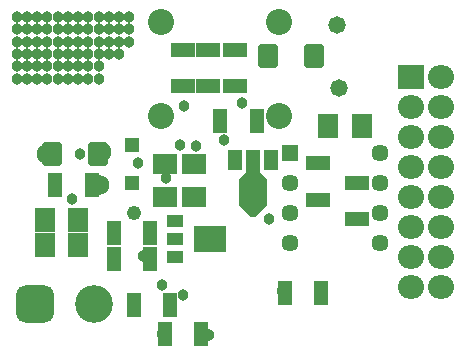
<source format=gbs>
G04*
G04 #@! TF.GenerationSoftware,Altium Limited,Altium Designer,22.5.1 (42)*
G04*
G04 Layer_Color=16711935*
%FSLAX25Y25*%
%MOIN*%
G70*
G04*
G04 #@! TF.SameCoordinates,55109760-4B7D-4162-96C6-5D1F9AFAF14A*
G04*
G04*
G04 #@! TF.FilePolarity,Negative*
G04*
G01*
G75*
%ADD27R,0.07099X0.07887*%
%ADD28R,0.04973X0.07965*%
%ADD30R,0.05721X0.05721*%
%ADD31C,0.05721*%
G04:AMPARAMS|DCode=32|XSize=126.11mil|YSize=126.11mil|CornerRadius=33.53mil|HoleSize=0mil|Usage=FLASHONLY|Rotation=0.000|XOffset=0mil|YOffset=0mil|HoleType=Round|Shape=RoundedRectangle|*
%AMROUNDEDRECTD32*
21,1,0.12611,0.05906,0,0,0.0*
21,1,0.05906,0.12611,0,0,0.0*
1,1,0.06706,0.02953,-0.02953*
1,1,0.06706,-0.02953,-0.02953*
1,1,0.06706,-0.02953,0.02953*
1,1,0.06706,0.02953,0.02953*
%
%ADD32ROUNDEDRECTD32*%
%ADD33C,0.12611*%
%ADD34O,0.08674X0.07887*%
%ADD35R,0.08674X0.07887*%
%ADD36C,0.08674*%
%ADD37C,0.03800*%
%ADD38C,0.05800*%
%ADD39C,0.06800*%
%ADD40C,0.04800*%
%ADD64R,0.07965X0.04973*%
G04:AMPARAMS|DCode=65|XSize=67.06mil|YSize=78.87mil|CornerRadius=11.38mil|HoleSize=0mil|Usage=FLASHONLY|Rotation=0.000|XOffset=0mil|YOffset=0mil|HoleType=Round|Shape=RoundedRectangle|*
%AMROUNDEDRECTD65*
21,1,0.06706,0.05610,0,0,0.0*
21,1,0.04429,0.07887,0,0,0.0*
1,1,0.02276,0.02215,-0.02805*
1,1,0.02276,-0.02215,-0.02805*
1,1,0.02276,-0.02215,0.02805*
1,1,0.02276,0.02215,0.02805*
%
%ADD65ROUNDEDRECTD65*%
%ADD66R,0.04737X0.06706*%
%ADD67R,0.05524X0.03950*%
%ADD68R,0.10642X0.08674*%
%ADD69R,0.07887X0.07099*%
%ADD70R,0.04501X0.04816*%
G36*
X54464Y39469D02*
Y35528D01*
X59991D01*
Y39469D01*
X54464D01*
D02*
G37*
G36*
X88030Y48842D02*
Y57504D01*
X85668Y59866D01*
Y67347D01*
X80943D01*
Y59866D01*
X78581Y57504D01*
Y48842D01*
X82518Y44905D01*
X84093D01*
X88030Y48842D01*
D02*
G37*
D27*
X119424Y75300D02*
D03*
X108400D02*
D03*
X13888Y35500D02*
D03*
X24912D02*
D03*
X13888Y44000D02*
D03*
X24912D02*
D03*
D28*
X36884Y39500D02*
D03*
X48916D02*
D03*
X17400Y55500D02*
D03*
X29432D02*
D03*
X36884Y31000D02*
D03*
X48916D02*
D03*
X93884Y19600D02*
D03*
X105916D02*
D03*
X43484Y15500D02*
D03*
X55516D02*
D03*
X84416Y77000D02*
D03*
X72384D02*
D03*
X53984Y6000D02*
D03*
X66016D02*
D03*
D30*
X95600Y66300D02*
D03*
D31*
Y56300D02*
D03*
Y46300D02*
D03*
Y36300D02*
D03*
X125600D02*
D03*
Y46300D02*
D03*
Y56300D02*
D03*
Y66300D02*
D03*
D32*
X10558Y15728D02*
D03*
D33*
X30242D02*
D03*
D34*
X135900Y31500D02*
D03*
Y41500D02*
D03*
X145900Y31500D02*
D03*
Y41500D02*
D03*
X135900Y71500D02*
D03*
Y61500D02*
D03*
X145900D02*
D03*
Y71500D02*
D03*
Y21500D02*
D03*
X135900D02*
D03*
Y51500D02*
D03*
X145900D02*
D03*
Y81500D02*
D03*
X135900D02*
D03*
X145900Y91500D02*
D03*
D35*
X135900D02*
D03*
D36*
X92000Y110000D02*
D03*
X52632Y110012D02*
D03*
X91908Y78536D02*
D03*
X52483Y78517D02*
D03*
D37*
X106384Y19600D02*
D03*
X105000Y62716D02*
D03*
X59000Y68900D02*
D03*
X64100Y68700D02*
D03*
X60100Y82000D02*
D03*
X44800Y63000D02*
D03*
X35182Y99200D02*
D03*
X38591D02*
D03*
X31773Y91000D02*
D03*
X28364D02*
D03*
X31773Y95100D02*
D03*
X28364D02*
D03*
X31773Y99200D02*
D03*
X11318Y91000D02*
D03*
X4500D02*
D03*
X18136D02*
D03*
X21545D02*
D03*
X14727D02*
D03*
X7909D02*
D03*
X24954D02*
D03*
X11318Y95100D02*
D03*
X4500D02*
D03*
X18136D02*
D03*
X21545D02*
D03*
X14727D02*
D03*
X7909D02*
D03*
X24954D02*
D03*
X14727Y99200D02*
D03*
X4500D02*
D03*
X7909D02*
D03*
X21545D02*
D03*
X24954D02*
D03*
X18136D02*
D03*
X11318D02*
D03*
X28364D02*
D03*
Y103300D02*
D03*
X14727D02*
D03*
X18136D02*
D03*
X11318D02*
D03*
X4500D02*
D03*
X7909D02*
D03*
X21545D02*
D03*
X35182D02*
D03*
X38591D02*
D03*
X31773D02*
D03*
X24954D02*
D03*
X42000D02*
D03*
X28364Y107400D02*
D03*
X14727D02*
D03*
X18136D02*
D03*
X11318D02*
D03*
X4500D02*
D03*
X7909D02*
D03*
X21545D02*
D03*
X35182D02*
D03*
X38591D02*
D03*
X31773D02*
D03*
X24954D02*
D03*
X42000D02*
D03*
Y111500D02*
D03*
X24954D02*
D03*
X31773D02*
D03*
X38591D02*
D03*
X35182D02*
D03*
X21545D02*
D03*
X7909D02*
D03*
X4500D02*
D03*
X11318D02*
D03*
X18136D02*
D03*
X14727D02*
D03*
X28364D02*
D03*
X23000Y51000D02*
D03*
X88500Y44231D02*
D03*
X68500Y5500D02*
D03*
X53050Y22307D02*
D03*
X73500Y70500D02*
D03*
X53050Y6000D02*
D03*
X25500Y66000D02*
D03*
X92800Y20100D02*
D03*
X46500Y32000D02*
D03*
X59900Y19000D02*
D03*
X79582Y82751D02*
D03*
X54400Y58000D02*
D03*
X68900Y100500D02*
D03*
D38*
X112000Y88000D02*
D03*
X111400Y109000D02*
D03*
X82916Y53500D02*
D03*
D39*
X32000Y55500D02*
D03*
X14500Y66000D02*
D03*
X32600Y66500D02*
D03*
D40*
X43500Y46214D02*
D03*
D64*
X104800Y62731D02*
D03*
Y50700D02*
D03*
X117900Y56216D02*
D03*
Y44184D02*
D03*
X59900Y88484D02*
D03*
Y100516D02*
D03*
X77100D02*
D03*
Y88484D02*
D03*
X68400D02*
D03*
Y100516D02*
D03*
D65*
X103577Y98500D02*
D03*
X88223D02*
D03*
X16323Y66000D02*
D03*
X31677D02*
D03*
D66*
X89211Y64000D02*
D03*
X77400D02*
D03*
D67*
X57235Y31594D02*
D03*
Y43406D02*
D03*
D68*
X68889Y37500D02*
D03*
D69*
X63700Y62512D02*
D03*
Y51488D02*
D03*
X53777Y62512D02*
D03*
Y51488D02*
D03*
D70*
X42900Y56201D02*
D03*
Y68799D02*
D03*
M02*

</source>
